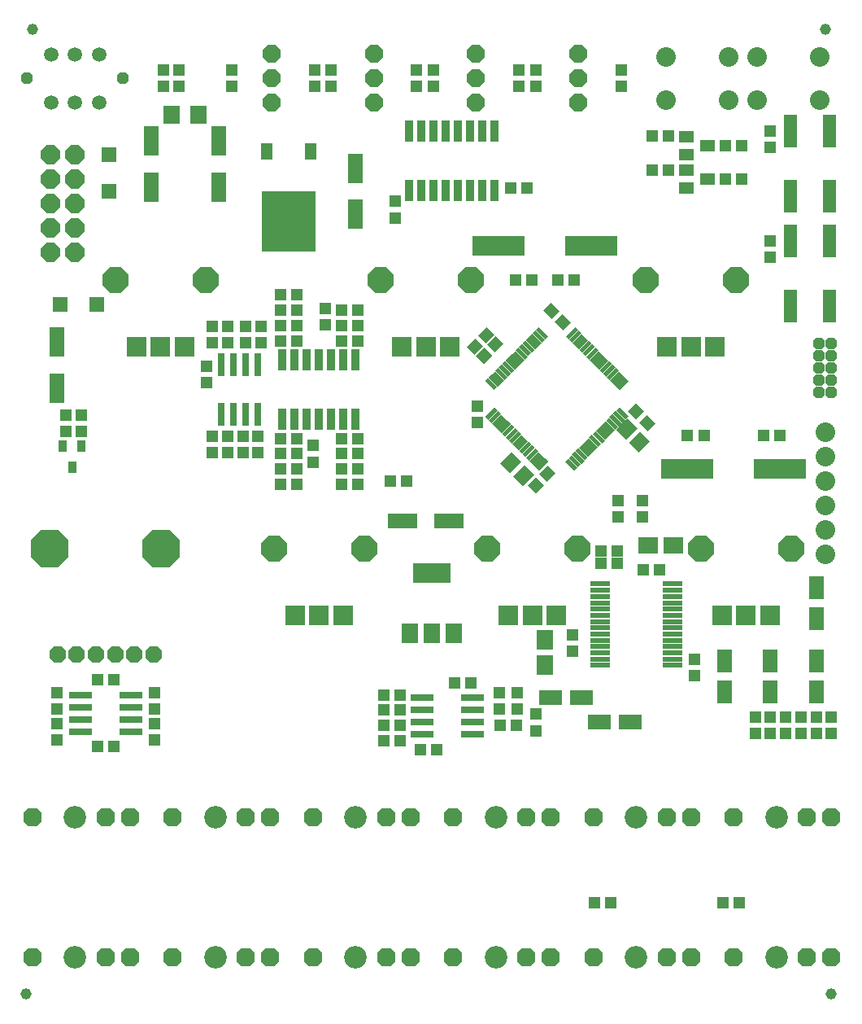
<source format=gbr>
G04 EAGLE Gerber RS-274X export*
G75*
%MOMM*%
%FSLAX34Y34*%
%LPD*%
%INSoldermask Top*%
%IPPOS*%
%AMOC8*
5,1,8,0,0,1.08239X$1,22.5*%
G01*
%ADD10R,5.486400X2.082800*%
%ADD11R,1.252400X1.152400*%
%ADD12R,1.352400X3.352400*%
%ADD13R,1.152400X1.252400*%
%ADD14P,1.319650X8X292.500000*%
%ADD15R,0.452400X1.352400*%
%ADD16R,1.452400X1.652400*%
%ADD17C,2.032000*%
%ADD18R,0.812800X2.184400*%
%ADD19R,0.852400X1.152400*%
%ADD20R,1.552400X3.152400*%
%ADD21R,1.552400X1.552400*%
%ADD22P,2.199416X8X112.500000*%
%ADD23R,2.057400X0.533400*%
%ADD24R,1.552400X2.352400*%
%ADD25R,2.352400X1.552400*%
%ADD26R,2.352400X0.752400*%
%ADD27R,2.032000X2.032000*%
%ADD28P,2.914227X8X112.500000*%
%ADD29R,0.752400X2.352400*%
%ADD30C,1.502400*%
%ADD31P,1.362513X8X22.500000*%
%ADD32R,1.552400X1.152400*%
%ADD33P,1.979475X8X202.500000*%
%ADD34P,1.896780X8X22.500000*%
%ADD35P,4.295356X8X112.500000*%
%ADD36R,3.152400X1.552400*%
%ADD37R,1.651000X2.159000*%
%ADD38R,3.962400X2.159000*%
%ADD39C,1.152400*%
%ADD40P,2.089446X8X112.500000*%
%ADD41C,2.352400*%
%ADD42R,5.552400X6.352400*%
%ADD43R,1.152400X1.752400*%
%ADD44R,1.752400X1.955400*%
%ADD45R,1.652400X2.152400*%
%ADD46R,2.152400X1.652400*%


D10*
X516890Y803275D03*
X613410Y803275D03*
D11*
X551425Y768350D03*
X534425Y768350D03*
D12*
X861375Y808700D03*
X861375Y740700D03*
X821375Y740700D03*
X821375Y808700D03*
D11*
X800100Y791600D03*
X800100Y808600D03*
X578875Y768350D03*
X595875Y768350D03*
D12*
X861375Y923000D03*
X861375Y855000D03*
X821375Y855000D03*
X821375Y923000D03*
D11*
X800100Y905900D03*
X800100Y922900D03*
G36*
X660458Y622983D02*
X651603Y631838D01*
X659752Y639987D01*
X668607Y631132D01*
X660458Y622983D01*
G37*
G36*
X672478Y610963D02*
X663623Y619818D01*
X671772Y627967D01*
X680627Y619112D01*
X672478Y610963D01*
G37*
G36*
X559484Y566362D02*
X568339Y575217D01*
X576488Y567068D01*
X567633Y558213D01*
X559484Y566362D01*
G37*
G36*
X547464Y554342D02*
X556319Y563197D01*
X564468Y555048D01*
X555613Y546193D01*
X547464Y554342D01*
G37*
D13*
X495300Y620150D03*
X495300Y637150D03*
D11*
G36*
X510492Y689668D02*
X501637Y680813D01*
X493488Y688962D01*
X502343Y697817D01*
X510492Y689668D01*
G37*
G36*
X522512Y701688D02*
X513657Y692833D01*
X505508Y700982D01*
X514363Y709837D01*
X522512Y701688D01*
G37*
G36*
X500967Y699193D02*
X492112Y690338D01*
X483963Y698487D01*
X492818Y707342D01*
X500967Y699193D01*
G37*
G36*
X512987Y711213D02*
X504132Y702358D01*
X495983Y710507D01*
X504838Y719362D01*
X512987Y711213D01*
G37*
D13*
X593725Y399025D03*
X593725Y382025D03*
D14*
X863600Y701675D03*
X850900Y701675D03*
X863600Y688975D03*
X850900Y688975D03*
X863600Y676275D03*
X850900Y676275D03*
X863600Y663575D03*
X850900Y663575D03*
X863600Y650875D03*
X850900Y650875D03*
D11*
G36*
X583508Y732742D02*
X592363Y723887D01*
X584214Y715738D01*
X575359Y724593D01*
X583508Y732742D01*
G37*
G36*
X571488Y744762D02*
X580343Y735907D01*
X572194Y727758D01*
X563339Y736613D01*
X571488Y744762D01*
G37*
D15*
G36*
X556010Y716199D02*
X559209Y719398D01*
X568770Y709837D01*
X565571Y706638D01*
X556010Y716199D01*
G37*
G36*
X552474Y712664D02*
X555673Y715863D01*
X565234Y706302D01*
X562035Y703103D01*
X552474Y712664D01*
G37*
G36*
X548939Y709128D02*
X552138Y712327D01*
X561699Y702766D01*
X558500Y699567D01*
X548939Y709128D01*
G37*
G36*
X545403Y705593D02*
X548602Y708792D01*
X558163Y699231D01*
X554964Y696032D01*
X545403Y705593D01*
G37*
G36*
X541868Y702057D02*
X545067Y705256D01*
X554628Y695695D01*
X551429Y692496D01*
X541868Y702057D01*
G37*
G36*
X538332Y698522D02*
X541531Y701721D01*
X551092Y692160D01*
X547893Y688961D01*
X538332Y698522D01*
G37*
G36*
X534797Y694986D02*
X537996Y698185D01*
X547557Y688624D01*
X544358Y685425D01*
X534797Y694986D01*
G37*
G36*
X531261Y691450D02*
X534460Y694649D01*
X544021Y685088D01*
X540822Y681889D01*
X531261Y691450D01*
G37*
G36*
X527726Y687915D02*
X530925Y691114D01*
X540486Y681553D01*
X537287Y678354D01*
X527726Y687915D01*
G37*
G36*
X524190Y684379D02*
X527389Y687578D01*
X536950Y678017D01*
X533751Y674818D01*
X524190Y684379D01*
G37*
G36*
X520654Y680844D02*
X523853Y684043D01*
X533414Y674482D01*
X530215Y671283D01*
X520654Y680844D01*
G37*
G36*
X517119Y677308D02*
X520318Y680507D01*
X529879Y670946D01*
X526680Y667747D01*
X517119Y677308D01*
G37*
G36*
X513583Y673773D02*
X516782Y676972D01*
X526343Y667411D01*
X523144Y664212D01*
X513583Y673773D01*
G37*
G36*
X510048Y670237D02*
X513247Y673436D01*
X522808Y663875D01*
X519609Y660676D01*
X510048Y670237D01*
G37*
G36*
X506512Y666702D02*
X509711Y669901D01*
X519272Y660340D01*
X516073Y657141D01*
X506512Y666702D01*
G37*
G36*
X502977Y663166D02*
X506176Y666365D01*
X515737Y656804D01*
X512538Y653605D01*
X502977Y663166D01*
G37*
G36*
X506355Y622864D02*
X503156Y626063D01*
X512717Y635624D01*
X515916Y632425D01*
X506355Y622864D01*
G37*
G36*
X509891Y619329D02*
X506692Y622528D01*
X516253Y632089D01*
X519452Y628890D01*
X509891Y619329D01*
G37*
G36*
X513426Y615793D02*
X510227Y618992D01*
X519788Y628553D01*
X522987Y625354D01*
X513426Y615793D01*
G37*
G36*
X516962Y612258D02*
X513763Y615457D01*
X523324Y625018D01*
X526523Y621819D01*
X516962Y612258D01*
G37*
G36*
X520498Y608722D02*
X517299Y611921D01*
X526860Y621482D01*
X530059Y618283D01*
X520498Y608722D01*
G37*
G36*
X524033Y605187D02*
X520834Y608386D01*
X530395Y617947D01*
X533594Y614748D01*
X524033Y605187D01*
G37*
G36*
X527569Y601651D02*
X524370Y604850D01*
X533931Y614411D01*
X537130Y611212D01*
X527569Y601651D01*
G37*
G36*
X531104Y598116D02*
X527905Y601315D01*
X537466Y610876D01*
X540665Y607677D01*
X531104Y598116D01*
G37*
G36*
X534640Y594580D02*
X531441Y597779D01*
X541002Y607340D01*
X544201Y604141D01*
X534640Y594580D01*
G37*
G36*
X538175Y591045D02*
X534976Y594244D01*
X544537Y603805D01*
X547736Y600606D01*
X538175Y591045D01*
G37*
G36*
X541711Y587509D02*
X538512Y590708D01*
X548073Y600269D01*
X551272Y597070D01*
X541711Y587509D01*
G37*
G36*
X545246Y583974D02*
X542047Y587173D01*
X551608Y596734D01*
X554807Y593535D01*
X545246Y583974D01*
G37*
G36*
X548782Y580438D02*
X545583Y583637D01*
X555144Y593198D01*
X558343Y589999D01*
X548782Y580438D01*
G37*
G36*
X552317Y576902D02*
X549118Y580101D01*
X558679Y589662D01*
X561878Y586463D01*
X552317Y576902D01*
G37*
G36*
X555853Y573367D02*
X552654Y576566D01*
X562215Y586127D01*
X565414Y582928D01*
X555853Y573367D01*
G37*
G36*
X559388Y569831D02*
X556189Y573030D01*
X565750Y582591D01*
X568949Y579392D01*
X559388Y569831D01*
G37*
G36*
X599331Y573210D02*
X596132Y570011D01*
X586571Y579572D01*
X589770Y582771D01*
X599331Y573210D01*
G37*
G36*
X602867Y576746D02*
X599668Y573547D01*
X590107Y583108D01*
X593306Y586307D01*
X602867Y576746D01*
G37*
G36*
X606402Y580281D02*
X603203Y577082D01*
X593642Y586643D01*
X596841Y589842D01*
X606402Y580281D01*
G37*
G36*
X609938Y583817D02*
X606739Y580618D01*
X597178Y590179D01*
X600377Y593378D01*
X609938Y583817D01*
G37*
G36*
X613473Y587352D02*
X610274Y584153D01*
X600713Y593714D01*
X603912Y596913D01*
X613473Y587352D01*
G37*
G36*
X617009Y590888D02*
X613810Y587689D01*
X604249Y597250D01*
X607448Y600449D01*
X617009Y590888D01*
G37*
G36*
X620544Y594423D02*
X617345Y591224D01*
X607784Y600785D01*
X610983Y603984D01*
X620544Y594423D01*
G37*
G36*
X624080Y597959D02*
X620881Y594760D01*
X611320Y604321D01*
X614519Y607520D01*
X624080Y597959D01*
G37*
G36*
X627615Y601494D02*
X624416Y598295D01*
X614855Y607856D01*
X618054Y611055D01*
X627615Y601494D01*
G37*
G36*
X631151Y605030D02*
X627952Y601831D01*
X618391Y611392D01*
X621590Y614591D01*
X631151Y605030D01*
G37*
G36*
X634686Y608565D02*
X631487Y605366D01*
X621926Y614927D01*
X625125Y618126D01*
X634686Y608565D01*
G37*
G36*
X638222Y612101D02*
X635023Y608902D01*
X625462Y618463D01*
X628661Y621662D01*
X638222Y612101D01*
G37*
G36*
X641757Y615636D02*
X638558Y612437D01*
X628997Y621998D01*
X632196Y625197D01*
X641757Y615636D01*
G37*
G36*
X645293Y619172D02*
X642094Y615973D01*
X632533Y625534D01*
X635732Y628733D01*
X645293Y619172D01*
G37*
G36*
X648828Y622707D02*
X645629Y619508D01*
X636068Y629069D01*
X639267Y632268D01*
X648828Y622707D01*
G37*
G36*
X652364Y626243D02*
X649165Y623044D01*
X639604Y632605D01*
X642803Y635804D01*
X652364Y626243D01*
G37*
G36*
X649524Y666365D02*
X652723Y663166D01*
X643162Y653605D01*
X639963Y656804D01*
X649524Y666365D01*
G37*
G36*
X645989Y669901D02*
X649188Y666702D01*
X639627Y657141D01*
X636428Y660340D01*
X645989Y669901D01*
G37*
G36*
X642453Y673436D02*
X645652Y670237D01*
X636091Y660676D01*
X632892Y663875D01*
X642453Y673436D01*
G37*
G36*
X638918Y676972D02*
X642117Y673773D01*
X632556Y664212D01*
X629357Y667411D01*
X638918Y676972D01*
G37*
G36*
X635382Y680507D02*
X638581Y677308D01*
X629020Y667747D01*
X625821Y670946D01*
X635382Y680507D01*
G37*
G36*
X631847Y684043D02*
X635046Y680844D01*
X625485Y671283D01*
X622286Y674482D01*
X631847Y684043D01*
G37*
G36*
X628311Y687578D02*
X631510Y684379D01*
X621949Y674818D01*
X618750Y678017D01*
X628311Y687578D01*
G37*
G36*
X624775Y691114D02*
X627974Y687915D01*
X618413Y678354D01*
X615214Y681553D01*
X624775Y691114D01*
G37*
G36*
X621240Y694649D02*
X624439Y691450D01*
X614878Y681889D01*
X611679Y685088D01*
X621240Y694649D01*
G37*
G36*
X617704Y698185D02*
X620903Y694986D01*
X611342Y685425D01*
X608143Y688624D01*
X617704Y698185D01*
G37*
G36*
X614169Y701721D02*
X617368Y698522D01*
X607807Y688961D01*
X604608Y692160D01*
X614169Y701721D01*
G37*
G36*
X610633Y705256D02*
X613832Y702057D01*
X604271Y692496D01*
X601072Y695695D01*
X610633Y705256D01*
G37*
G36*
X607098Y708792D02*
X610297Y705593D01*
X600736Y696032D01*
X597537Y699231D01*
X607098Y708792D01*
G37*
G36*
X603562Y712327D02*
X606761Y709128D01*
X597200Y699567D01*
X594001Y702766D01*
X603562Y712327D01*
G37*
G36*
X600027Y715863D02*
X603226Y712664D01*
X593665Y703103D01*
X590466Y706302D01*
X600027Y715863D01*
G37*
G36*
X596491Y719398D02*
X599690Y716199D01*
X590129Y706638D01*
X586930Y709837D01*
X596491Y719398D01*
G37*
D16*
G36*
X544000Y575759D02*
X554270Y565489D01*
X542586Y553805D01*
X532316Y564075D01*
X544000Y575759D01*
G37*
G36*
X530564Y589195D02*
X540834Y578925D01*
X529150Y567241D01*
X518880Y577511D01*
X530564Y589195D01*
G37*
G36*
X649800Y602166D02*
X639530Y612436D01*
X651214Y624120D01*
X661484Y613850D01*
X649800Y602166D01*
G37*
G36*
X663236Y588730D02*
X652966Y599000D01*
X664650Y610684D01*
X674920Y600414D01*
X663236Y588730D01*
G37*
D11*
X640325Y473075D03*
X623325Y473075D03*
D17*
X857250Y609600D03*
X857250Y584200D03*
X857250Y558800D03*
X857250Y533400D03*
X857250Y508000D03*
X857250Y482600D03*
D18*
X292100Y623316D03*
X292100Y684784D03*
X304800Y623316D03*
X317500Y623316D03*
X304800Y684784D03*
X317500Y684784D03*
X330200Y623316D03*
X330200Y684784D03*
X342900Y623316D03*
X355600Y623316D03*
X342900Y684784D03*
X355600Y684784D03*
X368300Y623316D03*
X368300Y684784D03*
D13*
X306950Y752475D03*
X289950Y752475D03*
X289950Y720725D03*
X306950Y720725D03*
X306950Y736600D03*
X289950Y736600D03*
D11*
X306950Y704850D03*
X289950Y704850D03*
X336550Y721750D03*
X336550Y738750D03*
D13*
X370450Y720725D03*
X353450Y720725D03*
X353450Y736600D03*
X370450Y736600D03*
D11*
X353450Y704850D03*
X370450Y704850D03*
D13*
X306950Y555625D03*
X289950Y555625D03*
X289950Y587375D03*
X306950Y587375D03*
X306950Y571500D03*
X289950Y571500D03*
D11*
X306950Y603250D03*
X289950Y603250D03*
D13*
X353450Y555625D03*
X370450Y555625D03*
X370450Y587375D03*
X353450Y587375D03*
D11*
X353450Y603250D03*
X370450Y603250D03*
D19*
X73025Y573200D03*
X63525Y595200D03*
X82525Y595200D03*
D11*
X66675Y627625D03*
X66675Y610625D03*
D13*
X82550Y610625D03*
X82550Y627625D03*
D20*
X155575Y865000D03*
X155575Y913000D03*
X57150Y655450D03*
X57150Y703450D03*
X368300Y836425D03*
X368300Y884425D03*
D11*
X529662Y863600D03*
X546662Y863600D03*
D21*
X111125Y898475D03*
X111125Y860475D03*
X60375Y742950D03*
X98375Y742950D03*
D22*
X50800Y796925D03*
X76200Y796925D03*
X50800Y822325D03*
X76200Y822325D03*
X50800Y847725D03*
X76200Y847725D03*
X50800Y873125D03*
X76200Y873125D03*
X50800Y898525D03*
X76200Y898525D03*
D13*
X353450Y571500D03*
X370450Y571500D03*
X323850Y595875D03*
X323850Y578875D03*
D23*
X622878Y451900D03*
X622878Y445400D03*
X622878Y438900D03*
X622878Y432400D03*
X622878Y425900D03*
X622878Y419400D03*
X622878Y412900D03*
X622878Y406400D03*
X622878Y399900D03*
X622878Y393400D03*
X622878Y386900D03*
X622878Y380400D03*
X622878Y373900D03*
X622878Y367400D03*
X697922Y367400D03*
X697922Y373900D03*
X697922Y380400D03*
X697922Y386900D03*
X697922Y393400D03*
X697922Y399900D03*
X697922Y406400D03*
X697922Y412900D03*
X697922Y419400D03*
X697922Y425900D03*
X697922Y432400D03*
X697922Y438900D03*
X697922Y445400D03*
X697922Y451900D03*
D11*
X667775Y466725D03*
X684775Y466725D03*
D13*
X720725Y373625D03*
X720725Y356625D03*
D24*
X752475Y339600D03*
X752475Y371600D03*
D11*
X784225Y313300D03*
X784225Y296300D03*
X800100Y296300D03*
X800100Y313300D03*
D13*
X815975Y313300D03*
X815975Y296300D03*
D11*
X831850Y313300D03*
X831850Y296300D03*
X847725Y296300D03*
X847725Y313300D03*
D13*
X863600Y313300D03*
X863600Y296300D03*
D24*
X800100Y339600D03*
X800100Y371600D03*
X847725Y339600D03*
X847725Y371600D03*
D25*
X622175Y307975D03*
X654175Y307975D03*
D11*
X555625Y299475D03*
X555625Y316475D03*
D13*
X518550Y304800D03*
X535550Y304800D03*
D26*
X437550Y320675D03*
X489550Y320675D03*
X437550Y333375D03*
X437550Y307975D03*
X437550Y295275D03*
X489550Y333375D03*
X489550Y307975D03*
X489550Y295275D03*
D11*
X536575Y338700D03*
X536575Y321700D03*
D13*
X517525Y321700D03*
X517525Y338700D03*
X767325Y120650D03*
X750325Y120650D03*
D25*
X571375Y333375D03*
X603375Y333375D03*
D13*
X414900Y288925D03*
X397900Y288925D03*
X414900Y304800D03*
X397900Y304800D03*
X397900Y320675D03*
X414900Y320675D03*
D11*
X414900Y336550D03*
X397900Y336550D03*
D13*
X616975Y120650D03*
X633975Y120650D03*
D11*
X487925Y349250D03*
X470925Y349250D03*
X453000Y279400D03*
X436000Y279400D03*
X666750Y538725D03*
X666750Y521725D03*
X641350Y538725D03*
X641350Y521725D03*
D27*
X355200Y418950D03*
X330200Y418950D03*
X305200Y418950D03*
D28*
X377200Y488950D03*
X283200Y488950D03*
D11*
X250825Y605400D03*
X250825Y588400D03*
X219075Y588400D03*
X219075Y605400D03*
X266700Y605400D03*
X266700Y588400D03*
D13*
X234950Y605400D03*
X234950Y588400D03*
D11*
X269875Y702700D03*
X269875Y719700D03*
X234950Y702700D03*
X234950Y719700D03*
D13*
X219075Y719700D03*
X219075Y702700D03*
D27*
X190100Y698350D03*
X165100Y698350D03*
X140100Y698350D03*
D28*
X212100Y768350D03*
X118100Y768350D03*
D11*
X254000Y702700D03*
X254000Y719700D03*
D29*
X241300Y628050D03*
X241300Y680050D03*
X228600Y628050D03*
X254000Y628050D03*
X266700Y628050D03*
X228600Y680050D03*
X254000Y680050D03*
X266700Y680050D03*
D30*
X76200Y1002900D03*
X51200Y1002900D03*
X51200Y952900D03*
X76200Y952900D03*
X101200Y952900D03*
X101200Y1002900D03*
D31*
X26200Y977900D03*
X126200Y977900D03*
D32*
X734900Y908050D03*
X712900Y898550D03*
X712900Y917550D03*
D13*
X677300Y917575D03*
X694300Y917575D03*
D32*
X734900Y873125D03*
X712900Y863625D03*
X712900Y882625D03*
D13*
X677300Y882650D03*
X694300Y882650D03*
X753500Y873125D03*
X770500Y873125D03*
X753500Y908050D03*
X770500Y908050D03*
D11*
X184150Y986400D03*
X184150Y969400D03*
D13*
X212725Y678425D03*
X212725Y661425D03*
D27*
X466325Y698350D03*
X441325Y698350D03*
X416325Y698350D03*
D28*
X488325Y768350D03*
X394325Y768350D03*
D27*
X577450Y418950D03*
X552450Y418950D03*
X527450Y418950D03*
D28*
X599450Y488950D03*
X505450Y488950D03*
D27*
X742550Y698350D03*
X717550Y698350D03*
X692550Y698350D03*
D28*
X764550Y768350D03*
X670550Y768350D03*
D27*
X799700Y418950D03*
X774700Y418950D03*
X749700Y418950D03*
D28*
X821700Y488950D03*
X727700Y488950D03*
D17*
X691388Y1000506D03*
X756412Y1000506D03*
X691388Y955294D03*
X756412Y955294D03*
X786638Y1000506D03*
X851662Y1000506D03*
X786638Y955294D03*
X851662Y955294D03*
D33*
X600075Y977900D03*
X600075Y952500D03*
X600075Y1003300D03*
X493712Y977900D03*
X493712Y952500D03*
X493712Y1003300D03*
X387349Y977900D03*
X387349Y952500D03*
X387349Y1003300D03*
X280987Y977900D03*
X280987Y952500D03*
X280987Y1003300D03*
D18*
X512762Y922909D03*
X512762Y861441D03*
X500062Y922909D03*
X487362Y922909D03*
X500062Y861441D03*
X487362Y861441D03*
X474662Y922909D03*
X474662Y861441D03*
X461962Y922909D03*
X461962Y861441D03*
X449262Y922909D03*
X436562Y922909D03*
X449262Y861441D03*
X436562Y861441D03*
X423862Y922909D03*
X423862Y861441D03*
D11*
X644525Y986400D03*
X644525Y969400D03*
X555625Y986400D03*
X555625Y969400D03*
X538162Y986400D03*
X538162Y969400D03*
X449262Y986400D03*
X449262Y969400D03*
X431799Y986400D03*
X431799Y969400D03*
X342899Y986400D03*
X342899Y969400D03*
X239712Y969400D03*
X239712Y986400D03*
X325437Y986400D03*
X325437Y969400D03*
D34*
X97950Y378950D03*
X77950Y378950D03*
X117950Y378950D03*
X137950Y378950D03*
X57950Y378950D03*
X157950Y378950D03*
D35*
X49950Y488950D03*
X165950Y488950D03*
D11*
X158750Y338700D03*
X158750Y321700D03*
X57150Y338700D03*
X57150Y321700D03*
D26*
X81950Y323850D03*
X133950Y323850D03*
X81950Y336550D03*
X81950Y311150D03*
X81950Y298450D03*
X133950Y336550D03*
X133950Y311150D03*
X133950Y298450D03*
D11*
X158750Y306950D03*
X158750Y289950D03*
X57150Y306950D03*
X57150Y289950D03*
X116450Y352425D03*
X99450Y352425D03*
X116450Y282575D03*
X99450Y282575D03*
D13*
X409575Y832875D03*
X409575Y849875D03*
D36*
X465325Y517525D03*
X417325Y517525D03*
D11*
X421250Y558800D03*
X404250Y558800D03*
D37*
X425069Y400304D03*
X447929Y400304D03*
X470789Y400304D03*
D38*
X447675Y463296D03*
D11*
X168275Y986400D03*
X168275Y969400D03*
D39*
X863600Y25400D03*
X31750Y1028700D03*
X25400Y25400D03*
X857250Y1028700D03*
D40*
X254000Y63500D03*
X177800Y63500D03*
X279400Y63500D03*
D41*
X222250Y63500D03*
D40*
X838200Y63500D03*
X762000Y63500D03*
X863600Y63500D03*
D41*
X806450Y63500D03*
D40*
X107950Y63500D03*
X31750Y63500D03*
X133350Y63500D03*
D41*
X76200Y63500D03*
D40*
X692150Y63500D03*
X615950Y63500D03*
X717550Y63500D03*
D41*
X660400Y63500D03*
D40*
X400050Y209550D03*
X323850Y209550D03*
X425450Y209550D03*
D41*
X368300Y209550D03*
D40*
X692150Y209550D03*
X615950Y209550D03*
X717550Y209550D03*
D41*
X660400Y209550D03*
D40*
X838200Y209550D03*
X762000Y209550D03*
X863600Y209550D03*
D41*
X806450Y209550D03*
D40*
X400050Y63500D03*
X323850Y63500D03*
X425450Y63500D03*
D41*
X368300Y63500D03*
D40*
X546100Y209550D03*
X469900Y209550D03*
X571500Y209550D03*
D41*
X514350Y209550D03*
D40*
X546100Y63500D03*
X469900Y63500D03*
X571500Y63500D03*
D41*
X514350Y63500D03*
D40*
X107950Y209550D03*
X31750Y209550D03*
X133350Y209550D03*
D41*
X76200Y209550D03*
D40*
X254000Y209550D03*
X177800Y209550D03*
X279400Y209550D03*
D41*
X222250Y209550D03*
D42*
X298450Y829075D03*
D43*
X321250Y902075D03*
X275650Y902075D03*
D20*
X225425Y865000D03*
X225425Y913000D03*
D44*
X204720Y939800D03*
X176280Y939800D03*
D10*
X713740Y571500D03*
X810260Y571500D03*
D11*
X730813Y606425D03*
X713813Y606425D03*
X793188Y606425D03*
X810188Y606425D03*
D45*
X565150Y368000D03*
X565150Y394000D03*
D46*
X698800Y492125D03*
X672800Y492125D03*
D24*
X847725Y415800D03*
X847725Y447800D03*
D11*
X640325Y485775D03*
X623325Y485775D03*
M02*

</source>
